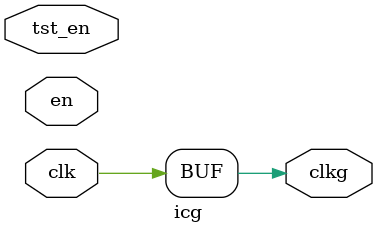
<source format=sv>

`ifndef __ICG_SV__
`define __ICG_SV__

module icg
#(
  parameter int BACKEND_DOMAIN = 0,
  parameter DRIVEN=4
) (
  output logic clkg,
  input  logic en,
  input  logic tst_en,
  input  logic clk
);
    assign clkg = clk;
endmodule

`endif

</source>
